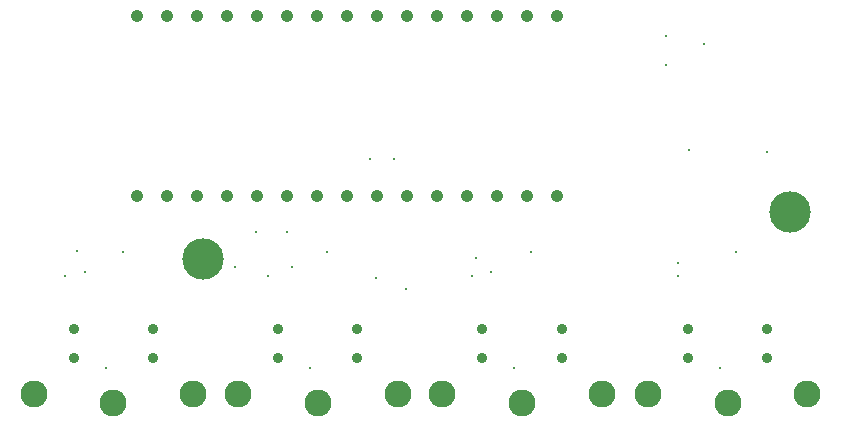
<source format=gbr>
%TF.GenerationSoftware,Altium Limited,Altium Designer,25.6.2 (33)*%
G04 Layer_Color=0*
%FSLAX45Y45*%
%MOMM*%
%TF.SameCoordinates,85768DE1-254B-4F2A-BBB9-FB77CA5A1332*%
%TF.FilePolarity,Positive*%
%TF.FileFunction,Plated,1,2,PTH,Drill*%
%TF.Part,Single*%
G01*
G75*
%TA.AperFunction,ComponentDrill*%
%ADD40C,1.04000*%
%TA.AperFunction,OtherDrill,Pad Free-3 (66mm,19mm)*%
%ADD41C,3.50000*%
%TA.AperFunction,OtherDrill,Pad Free-2 (16.3mm,15mm)*%
%ADD42C,3.50000*%
%TA.AperFunction,ComponentDrill*%
%ADD43C,0.89000*%
%ADD44C,2.29000*%
%TA.AperFunction,ViaDrill,NotFilled*%
%ADD45C,0.30000*%
D40*
X1828800Y3556000D02*
D03*
X3606800Y2032000D02*
D03*
X1828800D02*
D03*
X1320800Y3556000D02*
D03*
X2844800Y2032000D02*
D03*
X2590800D02*
D03*
X1066800D02*
D03*
X1320800D02*
D03*
X1574800D02*
D03*
X2336800D02*
D03*
X3098800D02*
D03*
X3860800D02*
D03*
X4114800D02*
D03*
X4368800D02*
D03*
X4622800D02*
D03*
X2082800D02*
D03*
X3352800D02*
D03*
X4622800Y3556000D02*
D03*
X4368800D02*
D03*
X4114800D02*
D03*
X3860800D02*
D03*
X3606800D02*
D03*
X3352800D02*
D03*
X3098800D02*
D03*
X2844800D02*
D03*
X2590800D02*
D03*
X2336800D02*
D03*
X2082800D02*
D03*
X1574800D02*
D03*
X1066800D02*
D03*
D41*
X6600000Y1900000D02*
D03*
D42*
X1630000Y1500000D02*
D03*
D43*
X4665000Y909000D02*
D03*
X6405000D02*
D03*
X3995000D02*
D03*
X5735000Y660000D02*
D03*
X3995000D02*
D03*
X2265000D02*
D03*
X535000D02*
D03*
X1205000Y909000D02*
D03*
X5735000D02*
D03*
X535000D02*
D03*
X2935000D02*
D03*
X2265000D02*
D03*
X1205000Y660000D02*
D03*
X2935000D02*
D03*
X4665000D02*
D03*
X6405000D02*
D03*
D44*
X6746000Y360000D02*
D03*
X5394000D02*
D03*
X6070000Y279000D02*
D03*
X4330000D02*
D03*
X3654000Y360000D02*
D03*
X5006000D02*
D03*
X3276000D02*
D03*
X1924000D02*
D03*
X2600000Y279000D02*
D03*
X870000D02*
D03*
X194000Y360000D02*
D03*
X1546000D02*
D03*
D45*
X5550000Y3390000D02*
D03*
Y3140000D02*
D03*
X3350000Y1250000D02*
D03*
X3090000Y1340000D02*
D03*
X3040000Y2350000D02*
D03*
X3250000D02*
D03*
X6400000Y2410000D02*
D03*
X5740000Y2420000D02*
D03*
X5870000Y3320000D02*
D03*
X1900000Y1430000D02*
D03*
X2380000D02*
D03*
X3940000Y1510000D02*
D03*
X4070000Y1390000D02*
D03*
X5650000Y1470000D02*
D03*
X560000Y1570000D02*
D03*
X630000Y1390000D02*
D03*
X2340000Y1730000D02*
D03*
X2080000D02*
D03*
X4406900Y1560000D02*
D03*
X6145000D02*
D03*
X3910000Y1360000D02*
D03*
X950000Y1560000D02*
D03*
X5650000Y1360000D02*
D03*
X460000D02*
D03*
X2680000Y1560000D02*
D03*
X2180000Y1360000D02*
D03*
X6004560Y581660D02*
D03*
X4264660Y579120D02*
D03*
X2534920Y581660D02*
D03*
X805180Y579120D02*
D03*
%TF.MD5,6047e3e074cdb67899d3ba1975716755*%
M02*

</source>
